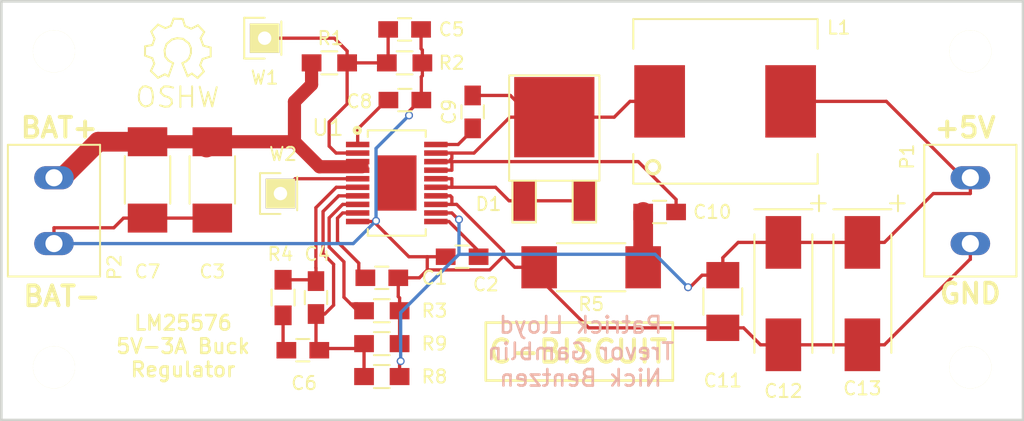
<source format=kicad_pcb>
(kicad_pcb (version 20171130) (host pcbnew "(5.1.12)-1")

  (general
    (thickness 1.6)
    (drawings 15)
    (tracks 195)
    (zones 0)
    (modules 32)
    (nets 17)
  )

  (page A4)
  (layers
    (0 F.Cu signal)
    (31 B.Cu signal)
    (32 B.Adhes user)
    (33 F.Adhes user)
    (34 B.Paste user)
    (35 F.Paste user)
    (36 B.SilkS user)
    (37 F.SilkS user)
    (38 B.Mask user)
    (39 F.Mask user)
    (40 Dwgs.User user)
    (41 Cmts.User user)
    (42 Eco1.User user)
    (43 Eco2.User user)
    (44 Edge.Cuts user)
    (45 Margin user)
    (46 B.CrtYd user)
    (47 F.CrtYd user)
    (48 B.Fab user)
    (49 F.Fab user)
  )

  (setup
    (last_trace_width 0.25)
    (user_trace_width 0.5)
    (user_trace_width 1)
    (user_trace_width 1.5)
    (trace_clearance 0.2)
    (zone_clearance 0.25)
    (zone_45_only yes)
    (trace_min 0.2)
    (via_size 0.6)
    (via_drill 0.4)
    (via_min_size 0.4)
    (via_min_drill 0.3)
    (user_via 1 0.65)
    (uvia_size 0.3)
    (uvia_drill 0.1)
    (uvias_allowed no)
    (uvia_min_size 0.2)
    (uvia_min_drill 0.1)
    (edge_width 0.2)
    (segment_width 0.2)
    (pcb_text_width 0.3)
    (pcb_text_size 1.5 1.5)
    (mod_edge_width 0.15)
    (mod_text_size 1 1)
    (mod_text_width 0.15)
    (pad_size 3.2 3.2)
    (pad_drill 3.2)
    (pad_to_mask_clearance 0.2)
    (aux_axis_origin 0 0)
    (visible_elements 7FFFFFFF)
    (pcbplotparams
      (layerselection 0x010f0_ffffffff)
      (usegerberextensions true)
      (usegerberattributes true)
      (usegerberadvancedattributes true)
      (creategerberjobfile true)
      (excludeedgelayer true)
      (linewidth 0.100000)
      (plotframeref false)
      (viasonmask false)
      (mode 1)
      (useauxorigin false)
      (hpglpennumber 1)
      (hpglpenspeed 20)
      (hpglpendiameter 15.000000)
      (psnegative false)
      (psa4output false)
      (plotreference true)
      (plotvalue true)
      (plotinvisibletext false)
      (padsonsilk false)
      (subtractmaskfromsilk false)
      (outputformat 1)
      (mirror false)
      (drillshape 0)
      (scaleselection 1)
      (outputdirectory "mfg/gerber/"))
  )

  (net 0 "")
  (net 1 GND)
  (net 2 /BAT_IN)
  (net 3 "Net-(C6-Pad1)")
  (net 4 "Net-(C10-Pad1)")
  (net 5 +5V)
  (net 6 /RAMP)
  (net 7 /SS)
  (net 8 /COMP)
  (net 9 /FB)
  (net 10 /SD)
  (net 11 /VCC)
  (net 12 /SW)
  (net 13 /BST)
  (net 14 /IS)
  (net 15 /RT)
  (net 16 /SYNC)

  (net_class Default "This is the default net class."
    (clearance 0.2)
    (trace_width 0.25)
    (via_dia 0.6)
    (via_drill 0.4)
    (uvia_dia 0.3)
    (uvia_drill 0.1)
    (add_net +5V)
    (add_net /BAT_IN)
    (add_net /BST)
    (add_net /COMP)
    (add_net /FB)
    (add_net /IS)
    (add_net /RAMP)
    (add_net /RT)
    (add_net /SD)
    (add_net /SS)
    (add_net /SW)
    (add_net /SYNC)
    (add_net /VCC)
    (add_net GND)
    (add_net "Net-(C10-Pad1)")
    (add_net "Net-(C6-Pad1)")
  )

  (module Mounting_Holes:MountingHole_3mm (layer F.Cu) (tedit 56BE2FE7) (tstamp 56BE2ED1)
    (at 35.6 89.8)
    (descr "Mounting hole, Befestigungsbohrung, 3mm, No Annular, Kein Restring,")
    (tags "Mounting hole, Befestigungsbohrung, 3mm, No Annular, Kein Restring,")
    (fp_text reference REF**_5 (at 6.6 0.8) (layer F.SilkS) hide
      (effects (font (size 1 1) (thickness 0.15)))
    )
    (fp_text value MountingHole_3mm (at 7.8 -0.4) (layer F.Fab)
      (effects (font (size 1 1) (thickness 0.15)))
    )
    (fp_circle (center 0 0) (end 3 0) (layer Cmts.User) (width 0.381))
    (pad "" np_thru_hole circle (at 0 0) (size 3.2 3.2) (drill 3.2) (layers *.Cu *.Mask F.SilkS))
  )

  (module Mounting_Holes:MountingHole_3mm (layer F.Cu) (tedit 56BE2FEA) (tstamp 56BE2ECB)
    (at 35.6 65.8)
    (descr "Mounting hole, Befestigungsbohrung, 3mm, No Annular, Kein Restring,")
    (tags "Mounting hole, Befestigungsbohrung, 3mm, No Annular, Kein Restring,")
    (fp_text reference REF**_4 (at -0.2 -0.2) (layer F.SilkS) hide
      (effects (font (size 1 1) (thickness 0.15)))
    )
    (fp_text value MountingHole_3mm (at 7.2 2.2) (layer F.Fab)
      (effects (font (size 1 1) (thickness 0.15)))
    )
    (fp_circle (center 0 0) (end 3 0) (layer Cmts.User) (width 0.381))
    (pad "" np_thru_hole circle (at 0 0) (size 3.2 3.2) (drill 3.2) (layers *.Cu *.Mask F.SilkS))
  )

  (module Mounting_Holes:MountingHole_3mm (layer F.Cu) (tedit 56BE2FE2) (tstamp 56BE2E40)
    (at 105.2 89.8)
    (descr "Mounting hole, Befestigungsbohrung, 3mm, No Annular, Kein Restring,")
    (tags "Mounting hole, Befestigungsbohrung, 3mm, No Annular, Kein Restring,")
    (fp_text reference REF**_3 (at 0 -4.0005) (layer F.SilkS) hide
      (effects (font (size 1 1) (thickness 0.15)))
    )
    (fp_text value MountingHole_3mm (at -12.8 1.2) (layer F.Fab)
      (effects (font (size 1 1) (thickness 0.15)))
    )
    (fp_circle (center 0 0) (end 3 0) (layer Cmts.User) (width 0.381))
    (pad "" np_thru_hole circle (at 0 0) (size 3.2 3.2) (drill 3.2) (layers *.Cu *.Mask F.SilkS))
  )

  (module C-BISCUIT:Inductor_EB_DR127 (layer F.Cu) (tedit 56AEA0DA) (tstamp 56AE8670)
    (at 81.6 69.6)
    (descr http://www.cooperindustries.com/content/dam/public/bussmann/Electronics/Resources/product-datasheets/Bus_Elx_DS_4315_DR_Series.pdf)
    (tags inductor)
    (path /56A66401)
    (attr smd)
    (fp_text reference L1 (at 13.6 -5.6 180) (layer F.SilkS)
      (effects (font (size 1 1) (thickness 0.15)))
    )
    (fp_text value 33uH (at 5 7.62) (layer F.Fab)
      (effects (font (size 1 1) (thickness 0.15)))
    )
    (fp_line (start 12 4) (end 12 6.25) (layer F.SilkS) (width 0.15))
    (fp_line (start -2 6.25) (end -2 4) (layer F.SilkS) (width 0.15))
    (fp_line (start 12.002231 6.25) (end -2.002082 6.25) (layer F.SilkS) (width 0.15))
    (fp_line (start 12 -6.25) (end 12 -4) (layer F.SilkS) (width 0.15))
    (fp_line (start -2.002082 -6.25) (end 12.002231 -6.25) (layer F.SilkS) (width 0.15))
    (fp_line (start -2 -4) (end -2 -6.25) (layer F.SilkS) (width 0.15))
    (fp_circle (center -0.5 5) (end 0 5) (layer F.SilkS) (width 0.25))
    (fp_text user "" (at 0 0) (layer F.SilkS)
      (effects (font (size 1 1) (thickness 0.15)))
    )
    (fp_text user "" (at 0 0) (layer F.SilkS)
      (effects (font (size 1 1) (thickness 0.15)))
    )
    (pad 1 smd rect (at 0 0) (size 3.85 5.5) (layers F.Cu F.Paste F.Mask)
      (net 12 /SW))
    (pad 2 smd rect (at 9.95 0) (size 3.85 5.5) (layers F.Cu F.Paste F.Mask)
      (net 5 +5V))
  )

  (module Capacitors_SMD:C_0805_HandSoldering (layer F.Cu) (tedit 541A9B8D) (tstamp 56AE85C5)
    (at 60.5 83 180)
    (descr "Capacitor SMD 0805, hand soldering")
    (tags "capacitor 0805")
    (path /56AEB421)
    (attr smd)
    (fp_text reference C1 (at -4 0 180) (layer F.SilkS)
      (effects (font (size 1 1) (thickness 0.15)))
    )
    (fp_text value 330pF (at -5 0 180) (layer F.Fab)
      (effects (font (size 1 1) (thickness 0.15)))
    )
    (fp_line (start -0.5 0.85) (end 0.5 0.85) (layer F.SilkS) (width 0.15))
    (fp_line (start 0.5 -0.85) (end -0.5 -0.85) (layer F.SilkS) (width 0.15))
    (fp_line (start 2.3 -1) (end 2.3 1) (layer F.CrtYd) (width 0.05))
    (fp_line (start -2.3 -1) (end -2.3 1) (layer F.CrtYd) (width 0.05))
    (fp_line (start -2.3 1) (end 2.3 1) (layer F.CrtYd) (width 0.05))
    (fp_line (start -2.3 -1) (end 2.3 -1) (layer F.CrtYd) (width 0.05))
    (pad 1 smd rect (at -1.25 0 180) (size 1.5 1.25) (layers F.Cu F.Paste F.Mask)
      (net 1 GND))
    (pad 2 smd rect (at 1.25 0 180) (size 1.5 1.25) (layers F.Cu F.Paste F.Mask)
      (net 6 /RAMP))
    (model Capacitors_SMD.3dshapes/C_0805_HandSoldering.wrl
      (at (xyz 0 0 0))
      (scale (xyz 1 1 1))
      (rotate (xyz 0 0 0))
    )
  )

  (module Capacitors_SMD:C_0805_HandSoldering (layer F.Cu) (tedit 541A9B8D) (tstamp 56AE85D1)
    (at 66.6 81.4 180)
    (descr "Capacitor SMD 0805, hand soldering")
    (tags "capacitor 0805")
    (path /56A6DDC3)
    (attr smd)
    (fp_text reference C2 (at -1.8 -2.1 180) (layer F.SilkS)
      (effects (font (size 1 1) (thickness 0.15)))
    )
    (fp_text value 0.01uF (at 0 2.1 180) (layer F.Fab)
      (effects (font (size 1 1) (thickness 0.15)))
    )
    (fp_line (start -0.5 0.85) (end 0.5 0.85) (layer F.SilkS) (width 0.15))
    (fp_line (start 0.5 -0.85) (end -0.5 -0.85) (layer F.SilkS) (width 0.15))
    (fp_line (start 2.3 -1) (end 2.3 1) (layer F.CrtYd) (width 0.05))
    (fp_line (start -2.3 -1) (end -2.3 1) (layer F.CrtYd) (width 0.05))
    (fp_line (start -2.3 1) (end 2.3 1) (layer F.CrtYd) (width 0.05))
    (fp_line (start -2.3 -1) (end 2.3 -1) (layer F.CrtYd) (width 0.05))
    (pad 1 smd rect (at -1.25 0 180) (size 1.5 1.25) (layers F.Cu F.Paste F.Mask)
      (net 7 /SS))
    (pad 2 smd rect (at 1.25 0 180) (size 1.5 1.25) (layers F.Cu F.Paste F.Mask)
      (net 1 GND))
    (model Capacitors_SMD.3dshapes/C_0805_HandSoldering.wrl
      (at (xyz 0 0 0))
      (scale (xyz 1 1 1))
      (rotate (xyz 0 0 0))
    )
  )

  (module Capacitors_SMD:C_1812_HandSoldering (layer F.Cu) (tedit 56AE8A13) (tstamp 56AE85DD)
    (at 47.625 75.565 270)
    (descr "Capacitor SMD 1812, hand soldering")
    (tags "capacitor 1812")
    (path /56A74406)
    (attr smd)
    (fp_text reference C3 (at 6.96 0) (layer F.SilkS)
      (effects (font (size 1 1) (thickness 0.15)))
    )
    (fp_text value 2.2uF (at 0 3 270) (layer F.Fab) hide
      (effects (font (size 1 1) (thickness 0.15)))
    )
    (fp_line (start -1.8 1.725) (end 1.8 1.725) (layer F.SilkS) (width 0.15))
    (fp_line (start 1.8 -1.725) (end -1.8 -1.725) (layer F.SilkS) (width 0.15))
    (fp_line (start 4.3 -1.85) (end 4.3 1.85) (layer F.CrtYd) (width 0.05))
    (fp_line (start -4.3 -1.85) (end -4.3 1.85) (layer F.CrtYd) (width 0.05))
    (fp_line (start -4.3 1.85) (end 4.3 1.85) (layer F.CrtYd) (width 0.05))
    (fp_line (start -4.3 -1.85) (end 4.3 -1.85) (layer F.CrtYd) (width 0.05))
    (pad 1 smd rect (at -2.9 0 270) (size 2.2 3) (layers F.Cu F.Paste F.Mask)
      (net 2 /BAT_IN))
    (pad 2 smd rect (at 2.9 0 270) (size 2.2 3) (layers F.Cu F.Paste F.Mask)
      (net 1 GND))
    (model Capacitors_SMD.3dshapes/C_1812_HandSoldering.wrl
      (at (xyz 0 0 0))
      (scale (xyz 1 1 1))
      (rotate (xyz 0 0 0))
    )
  )

  (module Capacitors_SMD:C_0805_HandSoldering (layer F.Cu) (tedit 541A9B8D) (tstamp 56AE85E9)
    (at 55.5 84.5 270)
    (descr "Capacitor SMD 0805, hand soldering")
    (tags "capacitor 0805")
    (path /56A6D797)
    (attr smd)
    (fp_text reference C4 (at -3.3 -0.1 180) (layer F.SilkS)
      (effects (font (size 1 1) (thickness 0.15)))
    )
    (fp_text value DNP (at -4 2.5 270) (layer F.Fab)
      (effects (font (size 1 1) (thickness 0.15)))
    )
    (fp_line (start -0.5 0.85) (end 0.5 0.85) (layer F.SilkS) (width 0.15))
    (fp_line (start 0.5 -0.85) (end -0.5 -0.85) (layer F.SilkS) (width 0.15))
    (fp_line (start 2.3 -1) (end 2.3 1) (layer F.CrtYd) (width 0.05))
    (fp_line (start -2.3 -1) (end -2.3 1) (layer F.CrtYd) (width 0.05))
    (fp_line (start -2.3 1) (end 2.3 1) (layer F.CrtYd) (width 0.05))
    (fp_line (start -2.3 -1) (end 2.3 -1) (layer F.CrtYd) (width 0.05))
    (pad 1 smd rect (at -1.25 0 270) (size 1.5 1.25) (layers F.Cu F.Paste F.Mask)
      (net 8 /COMP))
    (pad 2 smd rect (at 1.25 0 270) (size 1.5 1.25) (layers F.Cu F.Paste F.Mask)
      (net 9 /FB))
    (model Capacitors_SMD.3dshapes/C_0805_HandSoldering.wrl
      (at (xyz 0 0 0))
      (scale (xyz 1 1 1))
      (rotate (xyz 0 0 0))
    )
  )

  (module Capacitors_SMD:C_0805_HandSoldering (layer F.Cu) (tedit 541A9B8D) (tstamp 56AE85F5)
    (at 62.23 64.135)
    (descr "Capacitor SMD 0805, hand soldering")
    (tags "capacitor 0805")
    (path /56A73267)
    (attr smd)
    (fp_text reference C5 (at 3.57 0) (layer F.SilkS)
      (effects (font (size 1 1) (thickness 0.15)))
    )
    (fp_text value DNP (at 4.445 0) (layer F.Fab)
      (effects (font (size 1 1) (thickness 0.15)))
    )
    (fp_line (start -0.5 0.85) (end 0.5 0.85) (layer F.SilkS) (width 0.15))
    (fp_line (start 0.5 -0.85) (end -0.5 -0.85) (layer F.SilkS) (width 0.15))
    (fp_line (start 2.3 -1) (end 2.3 1) (layer F.CrtYd) (width 0.05))
    (fp_line (start -2.3 -1) (end -2.3 1) (layer F.CrtYd) (width 0.05))
    (fp_line (start -2.3 1) (end 2.3 1) (layer F.CrtYd) (width 0.05))
    (fp_line (start -2.3 -1) (end 2.3 -1) (layer F.CrtYd) (width 0.05))
    (pad 1 smd rect (at -1.25 0) (size 1.5 1.25) (layers F.Cu F.Paste F.Mask)
      (net 10 /SD))
    (pad 2 smd rect (at 1.25 0) (size 1.5 1.25) (layers F.Cu F.Paste F.Mask)
      (net 1 GND))
    (model Capacitors_SMD.3dshapes/C_0805_HandSoldering.wrl
      (at (xyz 0 0 0))
      (scale (xyz 1 1 1))
      (rotate (xyz 0 0 0))
    )
  )

  (module Capacitors_SMD:C_0805_HandSoldering (layer F.Cu) (tedit 541A9B8D) (tstamp 56AE8601)
    (at 54.5 88.5)
    (descr "Capacitor SMD 0805, hand soldering")
    (tags "capacitor 0805")
    (path /56A6CF2B)
    (attr smd)
    (fp_text reference C6 (at 0.1 2.5 180) (layer F.SilkS)
      (effects (font (size 1 1) (thickness 0.15)))
    )
    (fp_text value 0.01uF (at -1.5 -5.5) (layer F.Fab)
      (effects (font (size 1 1) (thickness 0.15)))
    )
    (fp_line (start -0.5 0.85) (end 0.5 0.85) (layer F.SilkS) (width 0.15))
    (fp_line (start 0.5 -0.85) (end -0.5 -0.85) (layer F.SilkS) (width 0.15))
    (fp_line (start 2.3 -1) (end 2.3 1) (layer F.CrtYd) (width 0.05))
    (fp_line (start -2.3 -1) (end -2.3 1) (layer F.CrtYd) (width 0.05))
    (fp_line (start -2.3 1) (end 2.3 1) (layer F.CrtYd) (width 0.05))
    (fp_line (start -2.3 -1) (end 2.3 -1) (layer F.CrtYd) (width 0.05))
    (pad 1 smd rect (at -1.25 0) (size 1.5 1.25) (layers F.Cu F.Paste F.Mask)
      (net 3 "Net-(C6-Pad1)"))
    (pad 2 smd rect (at 1.25 0) (size 1.5 1.25) (layers F.Cu F.Paste F.Mask)
      (net 9 /FB))
    (model Capacitors_SMD.3dshapes/C_0805_HandSoldering.wrl
      (at (xyz 0 0 0))
      (scale (xyz 1 1 1))
      (rotate (xyz 0 0 0))
    )
  )

  (module Capacitors_SMD:C_1812_HandSoldering (layer F.Cu) (tedit 56AE8A17) (tstamp 56AE860D)
    (at 42.705 75.565 270)
    (descr "Capacitor SMD 1812, hand soldering")
    (tags "capacitor 1812")
    (path /56A744A6)
    (attr smd)
    (fp_text reference C7 (at 6.96 0 180) (layer F.SilkS)
      (effects (font (size 1 1) (thickness 0.15)))
    )
    (fp_text value 2.2uF (at 0 3 270) (layer F.Fab) hide
      (effects (font (size 1 1) (thickness 0.15)))
    )
    (fp_line (start -1.8 1.725) (end 1.8 1.725) (layer F.SilkS) (width 0.15))
    (fp_line (start 1.8 -1.725) (end -1.8 -1.725) (layer F.SilkS) (width 0.15))
    (fp_line (start 4.3 -1.85) (end 4.3 1.85) (layer F.CrtYd) (width 0.05))
    (fp_line (start -4.3 -1.85) (end -4.3 1.85) (layer F.CrtYd) (width 0.05))
    (fp_line (start -4.3 1.85) (end 4.3 1.85) (layer F.CrtYd) (width 0.05))
    (fp_line (start -4.3 -1.85) (end 4.3 -1.85) (layer F.CrtYd) (width 0.05))
    (pad 1 smd rect (at -2.9 0 270) (size 2.2 3) (layers F.Cu F.Paste F.Mask)
      (net 2 /BAT_IN))
    (pad 2 smd rect (at 2.9 0 270) (size 2.2 3) (layers F.Cu F.Paste F.Mask)
      (net 1 GND))
    (model Capacitors_SMD.3dshapes/C_1812_HandSoldering.wrl
      (at (xyz 0 0 0))
      (scale (xyz 1 1 1))
      (rotate (xyz 0 0 0))
    )
  )

  (module Capacitors_SMD:C_0805_HandSoldering (layer F.Cu) (tedit 541A9B8D) (tstamp 56AE8619)
    (at 62.25 69.5)
    (descr "Capacitor SMD 0805, hand soldering")
    (tags "capacitor 0805")
    (path /56A671DA)
    (attr smd)
    (fp_text reference C8 (at -3.45 0.1) (layer F.SilkS)
      (effects (font (size 1 1) (thickness 0.15)))
    )
    (fp_text value 0.47uF (at 5.5 0) (layer F.Fab)
      (effects (font (size 1 1) (thickness 0.15)))
    )
    (fp_line (start -0.5 0.85) (end 0.5 0.85) (layer F.SilkS) (width 0.15))
    (fp_line (start 0.5 -0.85) (end -0.5 -0.85) (layer F.SilkS) (width 0.15))
    (fp_line (start 2.3 -1) (end 2.3 1) (layer F.CrtYd) (width 0.05))
    (fp_line (start -2.3 -1) (end -2.3 1) (layer F.CrtYd) (width 0.05))
    (fp_line (start -2.3 1) (end 2.3 1) (layer F.CrtYd) (width 0.05))
    (fp_line (start -2.3 -1) (end 2.3 -1) (layer F.CrtYd) (width 0.05))
    (pad 1 smd rect (at -1.25 0) (size 1.5 1.25) (layers F.Cu F.Paste F.Mask)
      (net 11 /VCC))
    (pad 2 smd rect (at 1.25 0) (size 1.5 1.25) (layers F.Cu F.Paste F.Mask)
      (net 1 GND))
    (model Capacitors_SMD.3dshapes/C_0805_HandSoldering.wrl
      (at (xyz 0 0 0))
      (scale (xyz 1 1 1))
      (rotate (xyz 0 0 0))
    )
  )

  (module Capacitors_SMD:C_0805_HandSoldering (layer F.Cu) (tedit 541A9B8D) (tstamp 56AE8625)
    (at 67.4 70.4 270)
    (descr "Capacitor SMD 0805, hand soldering")
    (tags "capacitor 0805")
    (path /56A67758)
    (attr smd)
    (fp_text reference C9 (at 0 1.8 270) (layer F.SilkS)
      (effects (font (size 1 1) (thickness 0.15)))
    )
    (fp_text value 0.022uF (at 0 2.1 270) (layer F.Fab)
      (effects (font (size 1 1) (thickness 0.15)))
    )
    (fp_line (start -0.5 0.85) (end 0.5 0.85) (layer F.SilkS) (width 0.15))
    (fp_line (start 0.5 -0.85) (end -0.5 -0.85) (layer F.SilkS) (width 0.15))
    (fp_line (start 2.3 -1) (end 2.3 1) (layer F.CrtYd) (width 0.05))
    (fp_line (start -2.3 -1) (end -2.3 1) (layer F.CrtYd) (width 0.05))
    (fp_line (start -2.3 1) (end 2.3 1) (layer F.CrtYd) (width 0.05))
    (fp_line (start -2.3 -1) (end 2.3 -1) (layer F.CrtYd) (width 0.05))
    (pad 1 smd rect (at -1.25 0 270) (size 1.5 1.25) (layers F.Cu F.Paste F.Mask)
      (net 12 /SW))
    (pad 2 smd rect (at 1.25 0 270) (size 1.5 1.25) (layers F.Cu F.Paste F.Mask)
      (net 13 /BST))
    (model Capacitors_SMD.3dshapes/C_0805_HandSoldering.wrl
      (at (xyz 0 0 0))
      (scale (xyz 1 1 1))
      (rotate (xyz 0 0 0))
    )
  )

  (module Capacitors_SMD:C_0805_HandSoldering (layer F.Cu) (tedit 541A9B8D) (tstamp 56AE8631)
    (at 81.6 78)
    (descr "Capacitor SMD 0805, hand soldering")
    (tags "capacitor 0805")
    (path /56A68767)
    (attr smd)
    (fp_text reference C10 (at 4 0) (layer F.SilkS)
      (effects (font (size 1 1) (thickness 0.15)))
    )
    (fp_text value 330pF (at 0 2.1) (layer F.Fab)
      (effects (font (size 1 1) (thickness 0.15)))
    )
    (fp_line (start -0.5 0.85) (end 0.5 0.85) (layer F.SilkS) (width 0.15))
    (fp_line (start 0.5 -0.85) (end -0.5 -0.85) (layer F.SilkS) (width 0.15))
    (fp_line (start 2.3 -1) (end 2.3 1) (layer F.CrtYd) (width 0.05))
    (fp_line (start -2.3 -1) (end -2.3 1) (layer F.CrtYd) (width 0.05))
    (fp_line (start -2.3 1) (end 2.3 1) (layer F.CrtYd) (width 0.05))
    (fp_line (start -2.3 -1) (end 2.3 -1) (layer F.CrtYd) (width 0.05))
    (pad 1 smd rect (at -1.25 0) (size 1.5 1.25) (layers F.Cu F.Paste F.Mask)
      (net 4 "Net-(C10-Pad1)"))
    (pad 2 smd rect (at 1.25 0) (size 1.5 1.25) (layers F.Cu F.Paste F.Mask)
      (net 12 /SW))
    (model Capacitors_SMD.3dshapes/C_0805_HandSoldering.wrl
      (at (xyz 0 0 0))
      (scale (xyz 1 1 1))
      (rotate (xyz 0 0 0))
    )
  )

  (module Capacitors_SMD:C_1210_HandSoldering (layer F.Cu) (tedit 541A9C39) (tstamp 56AE863D)
    (at 86.4 84.8 270)
    (descr "Capacitor SMD 1210, hand soldering")
    (tags "capacitor 1210")
    (path /56A69E44)
    (attr smd)
    (fp_text reference C11 (at 6 0) (layer F.SilkS)
      (effects (font (size 1 1) (thickness 0.15)))
    )
    (fp_text value 22uF (at 0.2 5 270) (layer F.Fab)
      (effects (font (size 1 1) (thickness 0.15)))
    )
    (fp_line (start -1 1.475) (end 1 1.475) (layer F.SilkS) (width 0.15))
    (fp_line (start 1 -1.475) (end -1 -1.475) (layer F.SilkS) (width 0.15))
    (fp_line (start 3.3 -1.6) (end 3.3 1.6) (layer F.CrtYd) (width 0.05))
    (fp_line (start -3.3 -1.6) (end -3.3 1.6) (layer F.CrtYd) (width 0.05))
    (fp_line (start -3.3 1.6) (end 3.3 1.6) (layer F.CrtYd) (width 0.05))
    (fp_line (start -3.3 -1.6) (end 3.3 -1.6) (layer F.CrtYd) (width 0.05))
    (pad 1 smd rect (at -2 0 270) (size 2 2.5) (layers F.Cu F.Paste F.Mask)
      (net 5 +5V))
    (pad 2 smd rect (at 2 0 270) (size 2 2.5) (layers F.Cu F.Paste F.Mask)
      (net 1 GND))
    (model Capacitors_SMD.3dshapes/C_1210_HandSoldering.wrl
      (at (xyz 0 0 0))
      (scale (xyz 1 1 1))
      (rotate (xyz 0 0 0))
    )
  )

  (module Capacitors_Tantalum_SMD:TantalC_SizeD_EIA-7343_HandSoldering (layer F.Cu) (tedit 56AE9C39) (tstamp 56AE8649)
    (at 91 84.2 270)
    (descr "Tantal Cap. , Size D, EIA-7343, Hand Soldering,")
    (tags "Tantal Cap. , Size D, EIA-7343, Hand Soldering,")
    (path /56A69EAC)
    (attr smd)
    (fp_text reference C12 (at 7.4 0) (layer F.SilkS)
      (effects (font (size 1 1) (thickness 0.15)))
    )
    (fp_text value 150uF (at -0.09906 3.59918 270) (layer F.Fab)
      (effects (font (size 1 1) (thickness 0.15)))
    )
    (fp_line (start -7.45744 -2.70256) (end -6.25856 -2.70256) (layer F.SilkS) (width 0.15))
    (fp_line (start -6.858 -3.20294) (end -6.858 -2.10312) (layer F.SilkS) (width 0.15))
    (fp_line (start 4.50088 -2.19964) (end -4.50088 -2.19964) (layer F.SilkS) (width 0.15))
    (fp_line (start -4.50088 2.19964) (end 4.50088 2.19964) (layer F.SilkS) (width 0.15))
    (fp_line (start -6.40334 -2.19964) (end -6.40334 2.19964) (layer F.SilkS) (width 0.15))
    (fp_text user + (at -8.61126 -1 270) (layer F.SilkS) hide
      (effects (font (size 1 1) (thickness 0.15)))
    )
    (pad 2 smd rect (at 3.88874 0 270) (size 4.0005 2.70002) (layers F.Cu F.Paste F.Mask)
      (net 1 GND))
    (pad 1 smd rect (at -3.88874 0 270) (size 4.0005 2.70002) (layers F.Cu F.Paste F.Mask)
      (net 5 +5V))
    (model Capacitors_Tantalum_SMD.3dshapes/TantalC_SizeD_EIA-7343_HandSoldering.wrl
      (at (xyz 0 0 0))
      (scale (xyz 1 1 1))
      (rotate (xyz 0 0 180))
    )
  )

  (module TO_SOT_Packages_SMD:TO-252-2Lead (layer F.Cu) (tedit 56BE1FE6) (tstamp 56AE8650)
    (at 73.6 77.15)
    (descr "DPAK / TO-252 2-lead smd package")
    (tags "dpak TO-252")
    (path /56A670B7)
    (attr smd)
    (fp_text reference D1 (at -5 0.25) (layer F.SilkS)
      (effects (font (size 1 1) (thickness 0.15)))
    )
    (fp_text value CSHD6-60C (at 0 -2.413) (layer F.Fab)
      (effects (font (size 1 1) (thickness 0.15)))
    )
    (fp_line (start 3.429 -9.398) (end 3.429 -7.62) (layer F.SilkS) (width 0.15))
    (fp_line (start -3.429 -9.525) (end 3.429 -9.525) (layer F.SilkS) (width 0.15))
    (fp_line (start -3.429 -1.524) (end -3.429 -9.398) (layer F.SilkS) (width 0.15))
    (fp_line (start 3.429 -1.524) (end -3.429 -1.524) (layer F.SilkS) (width 0.15))
    (fp_line (start 3.429 -7.62) (end 3.429 -1.524) (layer F.SilkS) (width 0.15))
    (fp_line (start -1.397 1.651) (end -1.397 -1.524) (layer F.SilkS) (width 0.15))
    (fp_line (start -3.175 1.651) (end -1.397 1.651) (layer F.SilkS) (width 0.15))
    (fp_line (start -3.175 -1.524) (end -3.175 1.651) (layer F.SilkS) (width 0.15))
    (fp_line (start 3.175 1.651) (end 3.175 -1.524) (layer F.SilkS) (width 0.15))
    (fp_line (start 1.397 1.651) (end 3.175 1.651) (layer F.SilkS) (width 0.15))
    (fp_line (start 1.397 -1.524) (end 1.397 1.651) (layer F.SilkS) (width 0.15))
    (pad 1 smd rect (at -2.286 0) (size 1.651 3.048) (layers F.Cu F.Paste F.Mask)
      (net 14 /IS))
    (pad 2 smd rect (at 0 -6.35) (size 6.096 6.096) (layers F.Cu F.Paste F.Mask)
      (net 12 /SW))
    (pad 3 smd rect (at 2.286 0) (size 1.651 3.048) (layers F.Cu F.Paste F.Mask)
      (net 14 /IS))
    (model TO_SOT_Packages_SMD.3dshapes/TO-252-2Lead.wrl
      (at (xyz 0 0 0))
      (scale (xyz 1 1 1))
      (rotate (xyz 0 0 0))
    )
  )

  (module C-BISCUIT:Conn_01x02_5.0mm_Phoenix_1935161 (layer F.Cu) (tedit 56AE7656) (tstamp 56AE8692)
    (at 105.2 75.4 270)
    (path /56AE9A24)
    (attr virtual)
    (fp_text reference P1 (at -1.6 4.8 90) (layer F.SilkS)
      (effects (font (size 1 1) (thickness 0.15)))
    )
    (fp_text value CONN_01X02 (at 2.6 2.4 270) (layer F.Fab)
      (effects (font (size 1 1) (thickness 0.15)))
    )
    (fp_line (start 7.5 -3.5) (end 7.5 3.5) (layer F.SilkS) (width 0.15))
    (fp_line (start -2.5 -3.5) (end -2.5 3.5) (layer F.SilkS) (width 0.15))
    (fp_line (start -2.5 -3.5) (end 7.5 -3.5) (layer F.SilkS) (width 0.15))
    (fp_line (start -2.5 3.5) (end 7.5 3.5) (layer F.SilkS) (width 0.15))
    (pad 1 thru_hole oval (at 0 0 270) (size 1.75 3) (drill 1.3) (layers *.Cu *.Mask)
      (net 5 +5V))
    (pad 2 thru_hole oval (at 5 0 270) (size 1.75 3) (drill 1.3) (layers *.Cu *.Mask)
      (net 1 GND))
  )

  (module C-BISCUIT:Conn_01x02_5.0mm_Phoenix_1935161 (layer F.Cu) (tedit 56AE7656) (tstamp 56AE869C)
    (at 35.6 75.4 270)
    (path /56AF19C8)
    (attr virtual)
    (fp_text reference P2 (at 6.8 -4.6 90) (layer F.SilkS)
      (effects (font (size 1 1) (thickness 0.15)))
    )
    (fp_text value CONN_01X02 (at -1.2 2.2 270) (layer F.Fab)
      (effects (font (size 1 1) (thickness 0.15)))
    )
    (fp_line (start 7.5 -3.5) (end 7.5 3.5) (layer F.SilkS) (width 0.15))
    (fp_line (start -2.5 -3.5) (end -2.5 3.5) (layer F.SilkS) (width 0.15))
    (fp_line (start -2.5 -3.5) (end 7.5 -3.5) (layer F.SilkS) (width 0.15))
    (fp_line (start -2.5 3.5) (end 7.5 3.5) (layer F.SilkS) (width 0.15))
    (pad 1 thru_hole oval (at 0 0 270) (size 1.75 3) (drill 1.3) (layers *.Cu *.Mask)
      (net 2 /BAT_IN))
    (pad 2 thru_hole oval (at 5 0 270) (size 1.75 3) (drill 1.3) (layers *.Cu *.Mask)
      (net 1 GND))
  )

  (module Resistors_SMD:R_0805_HandSoldering (layer F.Cu) (tedit 54189DEE) (tstamp 56AE86A8)
    (at 56.515 66.675)
    (descr "Resistor SMD 0805, hand soldering")
    (tags "resistor 0805")
    (path /56A73122)
    (attr smd)
    (fp_text reference R1 (at 0.085 -1.875) (layer F.SilkS)
      (effects (font (size 1 1) (thickness 0.15)))
    )
    (fp_text value DNP (at -3.81 0) (layer F.Fab)
      (effects (font (size 1 1) (thickness 0.15)))
    )
    (fp_line (start -0.6 -0.875) (end 0.6 -0.875) (layer F.SilkS) (width 0.15))
    (fp_line (start 0.6 0.875) (end -0.6 0.875) (layer F.SilkS) (width 0.15))
    (fp_line (start 2.4 -1) (end 2.4 1) (layer F.CrtYd) (width 0.05))
    (fp_line (start -2.4 -1) (end -2.4 1) (layer F.CrtYd) (width 0.05))
    (fp_line (start -2.4 1) (end 2.4 1) (layer F.CrtYd) (width 0.05))
    (fp_line (start -2.4 -1) (end 2.4 -1) (layer F.CrtYd) (width 0.05))
    (pad 1 smd rect (at -1.35 0) (size 1.5 1.3) (layers F.Cu F.Paste F.Mask)
      (net 2 /BAT_IN))
    (pad 2 smd rect (at 1.35 0) (size 1.5 1.3) (layers F.Cu F.Paste F.Mask)
      (net 10 /SD))
    (model Resistors_SMD.3dshapes/R_0805_HandSoldering.wrl
      (at (xyz 0 0 0))
      (scale (xyz 1 1 1))
      (rotate (xyz 0 0 0))
    )
  )

  (module Resistors_SMD:R_0805_HandSoldering (layer F.Cu) (tedit 54189DEE) (tstamp 56AE86B4)
    (at 62.23 66.675)
    (descr "Resistor SMD 0805, hand soldering")
    (tags "resistor 0805")
    (path /56A7319F)
    (attr smd)
    (fp_text reference R2 (at 3.57 0) (layer F.SilkS)
      (effects (font (size 1 1) (thickness 0.15)))
    )
    (fp_text value DNP (at 4.445 0) (layer F.Fab)
      (effects (font (size 1 1) (thickness 0.15)))
    )
    (fp_line (start -0.6 -0.875) (end 0.6 -0.875) (layer F.SilkS) (width 0.15))
    (fp_line (start 0.6 0.875) (end -0.6 0.875) (layer F.SilkS) (width 0.15))
    (fp_line (start 2.4 -1) (end 2.4 1) (layer F.CrtYd) (width 0.05))
    (fp_line (start -2.4 -1) (end -2.4 1) (layer F.CrtYd) (width 0.05))
    (fp_line (start -2.4 1) (end 2.4 1) (layer F.CrtYd) (width 0.05))
    (fp_line (start -2.4 -1) (end 2.4 -1) (layer F.CrtYd) (width 0.05))
    (pad 1 smd rect (at -1.35 0) (size 1.5 1.3) (layers F.Cu F.Paste F.Mask)
      (net 10 /SD))
    (pad 2 smd rect (at 1.35 0) (size 1.5 1.3) (layers F.Cu F.Paste F.Mask)
      (net 1 GND))
    (model Resistors_SMD.3dshapes/R_0805_HandSoldering.wrl
      (at (xyz 0 0 0))
      (scale (xyz 1 1 1))
      (rotate (xyz 0 0 0))
    )
  )

  (module Resistors_SMD:R_0805_HandSoldering (layer F.Cu) (tedit 54189DEE) (tstamp 56AE86C0)
    (at 60.5 85.5)
    (descr "Resistor SMD 0805, hand soldering")
    (tags "resistor 0805")
    (path /56A6DE34)
    (attr smd)
    (fp_text reference R3 (at 4 0) (layer F.SilkS)
      (effects (font (size 1 1) (thickness 0.15)))
    )
    (fp_text value 20.5K (at 5.5 0.5) (layer F.Fab)
      (effects (font (size 1 1) (thickness 0.15)))
    )
    (fp_line (start -0.6 -0.875) (end 0.6 -0.875) (layer F.SilkS) (width 0.15))
    (fp_line (start 0.6 0.875) (end -0.6 0.875) (layer F.SilkS) (width 0.15))
    (fp_line (start 2.4 -1) (end 2.4 1) (layer F.CrtYd) (width 0.05))
    (fp_line (start -2.4 -1) (end -2.4 1) (layer F.CrtYd) (width 0.05))
    (fp_line (start -2.4 1) (end 2.4 1) (layer F.CrtYd) (width 0.05))
    (fp_line (start -2.4 -1) (end 2.4 -1) (layer F.CrtYd) (width 0.05))
    (pad 1 smd rect (at -1.35 0) (size 1.5 1.3) (layers F.Cu F.Paste F.Mask)
      (net 15 /RT))
    (pad 2 smd rect (at 1.35 0) (size 1.5 1.3) (layers F.Cu F.Paste F.Mask)
      (net 1 GND))
    (model Resistors_SMD.3dshapes/R_0805_HandSoldering.wrl
      (at (xyz 0 0 0))
      (scale (xyz 1 1 1))
      (rotate (xyz 0 0 0))
    )
  )

  (module Resistors_SMD:R_0805_HandSoldering (layer F.Cu) (tedit 54189DEE) (tstamp 56AE86CC)
    (at 53 84.5 270)
    (descr "Resistor SMD 0805, hand soldering")
    (tags "resistor 0805")
    (path /56A6D01C)
    (attr smd)
    (fp_text reference R4 (at -3.3 0.2) (layer F.SilkS)
      (effects (font (size 1 1) (thickness 0.15)))
    )
    (fp_text value 49.9K (at 1.5 -3.5 270) (layer F.Fab)
      (effects (font (size 1 1) (thickness 0.15)))
    )
    (fp_line (start -0.6 -0.875) (end 0.6 -0.875) (layer F.SilkS) (width 0.15))
    (fp_line (start 0.6 0.875) (end -0.6 0.875) (layer F.SilkS) (width 0.15))
    (fp_line (start 2.4 -1) (end 2.4 1) (layer F.CrtYd) (width 0.05))
    (fp_line (start -2.4 -1) (end -2.4 1) (layer F.CrtYd) (width 0.05))
    (fp_line (start -2.4 1) (end 2.4 1) (layer F.CrtYd) (width 0.05))
    (fp_line (start -2.4 -1) (end 2.4 -1) (layer F.CrtYd) (width 0.05))
    (pad 1 smd rect (at -1.35 0 270) (size 1.5 1.3) (layers F.Cu F.Paste F.Mask)
      (net 8 /COMP))
    (pad 2 smd rect (at 1.35 0 270) (size 1.5 1.3) (layers F.Cu F.Paste F.Mask)
      (net 3 "Net-(C6-Pad1)"))
    (model Resistors_SMD.3dshapes/R_0805_HandSoldering.wrl
      (at (xyz 0 0 0))
      (scale (xyz 1 1 1))
      (rotate (xyz 0 0 0))
    )
  )

  (module Resistors_SMD:R_2512_HandSoldering (layer F.Cu) (tedit 5418A1CA) (tstamp 56AE86D8)
    (at 76.4 82.2 180)
    (descr "Resistor SMD 2512, hand soldering")
    (tags "resistor 2512")
    (path /56A68883)
    (attr smd)
    (fp_text reference R5 (at 0 -2.8) (layer F.SilkS)
      (effects (font (size 1 1) (thickness 0.15)))
    )
    (fp_text value 10 (at 0 3.1 180) (layer F.Fab)
      (effects (font (size 1 1) (thickness 0.15)))
    )
    (fp_line (start -2.6 -1.825) (end 2.6 -1.825) (layer F.SilkS) (width 0.15))
    (fp_line (start 2.6 1.825) (end -2.6 1.825) (layer F.SilkS) (width 0.15))
    (fp_line (start 5.6 -1.95) (end 5.6 1.95) (layer F.CrtYd) (width 0.05))
    (fp_line (start -5.6 -1.95) (end -5.6 1.95) (layer F.CrtYd) (width 0.05))
    (fp_line (start -5.6 1.95) (end 5.6 1.95) (layer F.CrtYd) (width 0.05))
    (fp_line (start -5.6 -1.95) (end 5.6 -1.95) (layer F.CrtYd) (width 0.05))
    (pad 1 smd rect (at -3.95 0 180) (size 2.7 3.2) (layers F.Cu F.Paste F.Mask)
      (net 4 "Net-(C10-Pad1)"))
    (pad 2 smd rect (at 3.95 0 180) (size 2.7 3.2) (layers F.Cu F.Paste F.Mask)
      (net 1 GND))
    (model Resistors_SMD.3dshapes/R_2512_HandSoldering.wrl
      (at (xyz 0 0 0))
      (scale (xyz 1 1 1))
      (rotate (xyz 0 0 0))
    )
  )

  (module Resistors_SMD:R_0805_HandSoldering (layer F.Cu) (tedit 54189DEE) (tstamp 56AE86FC)
    (at 60.5 90.5 180)
    (descr "Resistor SMD 0805, hand soldering")
    (tags "resistor 0805")
    (path /56A6927D)
    (attr smd)
    (fp_text reference R8 (at -4 0 180) (layer F.SilkS)
      (effects (font (size 1 1) (thickness 0.15)))
    )
    (fp_text value 15.4K (at 0 2.1 180) (layer F.Fab)
      (effects (font (size 1 1) (thickness 0.15)))
    )
    (fp_line (start -0.6 -0.875) (end 0.6 -0.875) (layer F.SilkS) (width 0.15))
    (fp_line (start 0.6 0.875) (end -0.6 0.875) (layer F.SilkS) (width 0.15))
    (fp_line (start 2.4 -1) (end 2.4 1) (layer F.CrtYd) (width 0.05))
    (fp_line (start -2.4 -1) (end -2.4 1) (layer F.CrtYd) (width 0.05))
    (fp_line (start -2.4 1) (end 2.4 1) (layer F.CrtYd) (width 0.05))
    (fp_line (start -2.4 -1) (end 2.4 -1) (layer F.CrtYd) (width 0.05))
    (pad 1 smd rect (at -1.35 0 180) (size 1.5 1.3) (layers F.Cu F.Paste F.Mask)
      (net 5 +5V))
    (pad 2 smd rect (at 1.35 0 180) (size 1.5 1.3) (layers F.Cu F.Paste F.Mask)
      (net 9 /FB))
    (model Resistors_SMD.3dshapes/R_0805_HandSoldering.wrl
      (at (xyz 0 0 0))
      (scale (xyz 1 1 1))
      (rotate (xyz 0 0 0))
    )
  )

  (module Resistors_SMD:R_0805_HandSoldering (layer F.Cu) (tedit 54189DEE) (tstamp 56AE8708)
    (at 60.5 88)
    (descr "Resistor SMD 0805, hand soldering")
    (tags "resistor 0805")
    (path /56A692F4)
    (attr smd)
    (fp_text reference R9 (at 4 0) (layer F.SilkS)
      (effects (font (size 1 1) (thickness 0.15)))
    )
    (fp_text value 4.99K (at 0 2.1) (layer F.Fab)
      (effects (font (size 1 1) (thickness 0.15)))
    )
    (fp_line (start -0.6 -0.875) (end 0.6 -0.875) (layer F.SilkS) (width 0.15))
    (fp_line (start 0.6 0.875) (end -0.6 0.875) (layer F.SilkS) (width 0.15))
    (fp_line (start 2.4 -1) (end 2.4 1) (layer F.CrtYd) (width 0.05))
    (fp_line (start -2.4 -1) (end -2.4 1) (layer F.CrtYd) (width 0.05))
    (fp_line (start -2.4 1) (end 2.4 1) (layer F.CrtYd) (width 0.05))
    (fp_line (start -2.4 -1) (end 2.4 -1) (layer F.CrtYd) (width 0.05))
    (pad 1 smd rect (at -1.35 0) (size 1.5 1.3) (layers F.Cu F.Paste F.Mask)
      (net 9 /FB))
    (pad 2 smd rect (at 1.35 0) (size 1.5 1.3) (layers F.Cu F.Paste F.Mask)
      (net 1 GND))
    (model Resistors_SMD.3dshapes/R_0805_HandSoldering.wrl
      (at (xyz 0 0 0))
      (scale (xyz 1 1 1))
      (rotate (xyz 0 0 0))
    )
  )

  (module C-BISCUIT:SOIC-20-1EP (layer F.Cu) (tedit 56AF83BD) (tstamp 56AE8734)
    (at 61.635 75.8 270)
    (descr http://www.ti.com/lit/ds/symlink/lm25576.pdf)
    (path /56A661D3)
    (fp_text reference U1 (at -4.2 5.235) (layer F.SilkS)
      (effects (font (size 1.2 1.2) (thickness 0.15)))
    )
    (fp_text value LM25576 (at 4.6 2.835) (layer F.Fab)
      (effects (font (size 1.2 1.2) (thickness 0.15)))
    )
    (fp_line (start 4 2.2) (end 3.5 2.2) (layer F.SilkS) (width 0.15))
    (fp_line (start 3.5 -2.2) (end 4 -2.2) (layer F.SilkS) (width 0.15))
    (fp_line (start -3.5 2.2) (end -4 2.2) (layer F.SilkS) (width 0.15))
    (fp_line (start 4 2.2) (end 4 -2.2) (layer F.SilkS) (width 0.15))
    (fp_line (start -4 -2.2) (end -3.5 -2.2) (layer F.SilkS) (width 0.15))
    (fp_line (start -4 2.2) (end -4 -2.2) (layer F.SilkS) (width 0.15))
    (fp_circle (center -4 3) (end -4.1 3) (layer F.SilkS) (width 0.25))
    (pad 20 smd rect (at -2.925 -2.97 270) (size 0.42 1.78) (layers F.Cu F.Paste F.Mask)
      (net 13 /BST))
    (pad 1 smd rect (at -2.925 2.97 270) (size 0.42 1.78) (layers F.Cu F.Paste F.Mask)
      (net 11 /VCC))
    (pad 19 smd rect (at -2.275 -2.97 270) (size 0.42 1.78) (layers F.Cu F.Paste F.Mask)
      (net 12 /SW))
    (pad 2 smd rect (at -2.275 2.97 270) (size 0.42 1.78) (layers F.Cu F.Paste F.Mask)
      (net 10 /SD))
    (pad 18 smd rect (at -1.625 -2.97 270) (size 0.42 1.78) (layers F.Cu F.Paste F.Mask)
      (net 12 /SW))
    (pad 3 smd rect (at -1.625 2.97 270) (size 0.42 1.78) (layers F.Cu F.Paste F.Mask)
      (net 2 /BAT_IN))
    (pad 17 smd rect (at -0.975 -2.97 270) (size 0.42 1.78) (layers F.Cu F.Paste F.Mask)
      (net 12 /SW))
    (pad 4 smd rect (at -0.975 2.97 270) (size 0.42 1.78) (layers F.Cu F.Paste F.Mask)
      (net 2 /BAT_IN))
    (pad 16 smd rect (at -0.325 -2.97 270) (size 0.42 1.78) (layers F.Cu F.Paste F.Mask)
      (net 14 /IS))
    (pad 5 smd rect (at -0.325 2.97 270) (size 0.42 1.78) (layers F.Cu F.Paste F.Mask)
      (net 16 /SYNC))
    (pad 15 smd rect (at 0.325 -2.97 270) (size 0.42 1.78) (layers F.Cu F.Paste F.Mask)
      (net 14 /IS))
    (pad 6 smd rect (at 0.325 2.97 270) (size 0.42 1.78) (layers F.Cu F.Paste F.Mask)
      (net 8 /COMP))
    (pad 14 smd rect (at 0.975 -2.97 270) (size 0.42 1.78) (layers F.Cu F.Paste F.Mask)
      (net 1 GND))
    (pad 7 smd rect (at 0.975 2.97 270) (size 0.42 1.78) (layers F.Cu F.Paste F.Mask)
      (net 9 /FB))
    (pad 13 smd rect (at 1.625 -2.97 270) (size 0.42 1.78) (layers F.Cu F.Paste F.Mask)
      (net 1 GND))
    (pad 8 smd rect (at 1.625 2.97 270) (size 0.42 1.78) (layers F.Cu F.Paste F.Mask)
      (net 15 /RT))
    (pad 12 smd rect (at 2.275 -2.97 270) (size 0.42 1.78) (layers F.Cu F.Paste F.Mask)
      (net 5 +5V))
    (pad 9 smd rect (at 2.275 2.97 270) (size 0.42 1.78) (layers F.Cu F.Paste F.Mask)
      (net 6 /RAMP))
    (pad 11 smd rect (at 2.925 -2.97 270) (size 0.42 1.78) (layers F.Cu F.Paste F.Mask)
      (net 7 /SS))
    (pad 10 smd rect (at 2.925 2.97 270) (size 0.42 1.78) (layers F.Cu F.Paste F.Mask)
      (net 1 GND))
    (pad EP smd rect (at 0 0 270) (size 4.2 3) (layers F.Cu F.Paste F.Mask))
  )

  (module Socket_Strips:Socket_Strip_Straight_1x01 (layer F.Cu) (tedit 54E9F79C) (tstamp 56AEA438)
    (at 51.6 64.8)
    (descr "Through hole socket strip")
    (tags "socket strip")
    (path /56AF2A2E)
    (fp_text reference W1 (at 0 3) (layer F.SilkS)
      (effects (font (size 1 1) (thickness 0.15)))
    )
    (fp_text value TP (at -4 0.6) (layer F.Fab)
      (effects (font (size 1 1) (thickness 0.15)))
    )
    (fp_line (start -1.55 1.55) (end 0 1.55) (layer F.SilkS) (width 0.15))
    (fp_line (start -1.55 -1.55) (end -1.55 1.55) (layer F.SilkS) (width 0.15))
    (fp_line (start -1.55 -1.55) (end 0 -1.55) (layer F.SilkS) (width 0.15))
    (fp_line (start 1.27 1.27) (end 1.27 -1.27) (layer F.SilkS) (width 0.15))
    (fp_line (start -1.75 1.75) (end 1.75 1.75) (layer F.CrtYd) (width 0.05))
    (fp_line (start -1.75 -1.75) (end 1.75 -1.75) (layer F.CrtYd) (width 0.05))
    (fp_line (start 1.75 -1.75) (end 1.75 1.75) (layer F.CrtYd) (width 0.05))
    (fp_line (start -1.75 -1.75) (end -1.75 1.75) (layer F.CrtYd) (width 0.05))
    (pad 1 thru_hole rect (at 0 0) (size 2.2352 2.2352) (drill 1.016) (layers *.Cu *.Mask F.SilkS)
      (net 10 /SD))
    (model Socket_Strips.3dshapes/Socket_Strip_Straight_1x01.wrl
      (at (xyz 0 0 0))
      (scale (xyz 1 1 1))
      (rotate (xyz 0 0 180))
    )
  )

  (module Socket_Strips:Socket_Strip_Straight_1x01 (layer F.Cu) (tedit 54E9F79C) (tstamp 56AEA445)
    (at 52.8 76.6)
    (descr "Through hole socket strip")
    (tags "socket strip")
    (path /56AF146F)
    (fp_text reference W2 (at 0.2 -3) (layer F.SilkS)
      (effects (font (size 1 1) (thickness 0.15)))
    )
    (fp_text value TP (at 0 -3.1) (layer F.Fab)
      (effects (font (size 1 1) (thickness 0.15)))
    )
    (fp_line (start -1.55 1.55) (end 0 1.55) (layer F.SilkS) (width 0.15))
    (fp_line (start -1.55 -1.55) (end -1.55 1.55) (layer F.SilkS) (width 0.15))
    (fp_line (start -1.55 -1.55) (end 0 -1.55) (layer F.SilkS) (width 0.15))
    (fp_line (start 1.27 1.27) (end 1.27 -1.27) (layer F.SilkS) (width 0.15))
    (fp_line (start -1.75 1.75) (end 1.75 1.75) (layer F.CrtYd) (width 0.05))
    (fp_line (start -1.75 -1.75) (end 1.75 -1.75) (layer F.CrtYd) (width 0.05))
    (fp_line (start 1.75 -1.75) (end 1.75 1.75) (layer F.CrtYd) (width 0.05))
    (fp_line (start -1.75 -1.75) (end -1.75 1.75) (layer F.CrtYd) (width 0.05))
    (pad 1 thru_hole rect (at 0 0) (size 2.2352 2.2352) (drill 1.016) (layers *.Cu *.Mask F.SilkS)
      (net 16 /SYNC))
    (model Socket_Strips.3dshapes/Socket_Strip_Straight_1x01.wrl
      (at (xyz 0 0 0))
      (scale (xyz 1 1 1))
      (rotate (xyz 0 0 180))
    )
  )

  (module Capacitors_Tantalum_SMD:TantalC_SizeD_EIA-7343_HandSoldering (layer F.Cu) (tedit 56AF8733) (tstamp 56AF841D)
    (at 97 84.2 270)
    (descr "Tantal Cap. , Size D, EIA-7343, Hand Soldering,")
    (tags "Tantal Cap. , Size D, EIA-7343, Hand Soldering,")
    (path /56AF7AD0)
    (attr smd)
    (fp_text reference C13 (at 7.2 0) (layer F.SilkS)
      (effects (font (size 1 1) (thickness 0.15)))
    )
    (fp_text value 150uF (at 2.2 -6.4 270) (layer F.Fab)
      (effects (font (size 1 1) (thickness 0.15)))
    )
    (fp_line (start -7.45744 -2.70256) (end -6.25856 -2.70256) (layer F.SilkS) (width 0.15))
    (fp_line (start -6.858 -3.20294) (end -6.858 -2.10312) (layer F.SilkS) (width 0.15))
    (fp_line (start 4.50088 -2.19964) (end -4.50088 -2.19964) (layer F.SilkS) (width 0.15))
    (fp_line (start -4.50088 2.19964) (end 4.50088 2.19964) (layer F.SilkS) (width 0.15))
    (fp_line (start -6.40334 -2.19964) (end -6.40334 2.19964) (layer F.SilkS) (width 0.15))
    (fp_text user + (at -6.85546 -2.70002 270) (layer F.SilkS) hide
      (effects (font (size 1 1) (thickness 0.15)))
    )
    (pad 2 smd rect (at 3.88874 0 270) (size 4.0005 2.70002) (layers F.Cu F.Paste F.Mask)
      (net 1 GND))
    (pad 1 smd rect (at -3.88874 0 270) (size 4.0005 2.70002) (layers F.Cu F.Paste F.Mask)
      (net 5 +5V))
    (model Capacitors_Tantalum_SMD.3dshapes/TantalC_SizeD_EIA-7343_HandSoldering.wrl
      (at (xyz 0 0 0))
      (scale (xyz 1 1 1))
      (rotate (xyz 0 0 180))
    )
  )

  (module Mounting_Holes:MountingHole_3mm (layer F.Cu) (tedit 56BE2FD6) (tstamp 56BE2CE9)
    (at 105.2 65.8)
    (descr "Mounting hole, Befestigungsbohrung, 3mm, No Annular, Kein Restring,")
    (tags "Mounting hole, Befestigungsbohrung, 3mm, No Annular, Kein Restring,")
    (fp_text reference REF**_2 (at -5.4 2.8) (layer F.SilkS) hide
      (effects (font (size 1 1) (thickness 0.15)))
    )
    (fp_text value MountingHole_3mm (at -4.6 5.6) (layer F.Fab)
      (effects (font (size 1 1) (thickness 0.15)))
    )
    (fp_circle (center 0 0) (end 3 0) (layer Cmts.User) (width 0.381))
    (pad "" np_thru_hole circle (at 0 0) (size 3.2 3.2) (drill 3.2) (layers *.Cu *.Mask F.SilkS))
  )

  (module Symbols:Symbol_OSHW-Logo_SilkScreen (layer F.Cu) (tedit 56BE3050) (tstamp 56BE303E)
    (at 45 65.8)
    (descr "Symbol, OSHW-Logo, Silk Screen,")
    (tags "Symbol, OSHW-Logo, Silk Screen,")
    (fp_text reference REF** (at 0.09906 -0.2) (layer F.SilkS) hide
      (effects (font (size 1 1) (thickness 0.15)))
    )
    (fp_text value Symbol_OSHW-Logo_SilkScreen (at 11.6 4) (layer F.Fab)
      (effects (font (size 1 1) (thickness 0.15)))
    )
    (fp_line (start 0.35052 0.89916) (end 0.7493 1.89992) (layer F.SilkS) (width 0.15))
    (fp_line (start -0.35052 0.89916) (end -0.70104 1.89992) (layer F.SilkS) (width 0.15))
    (fp_line (start -0.70104 0.70104) (end -0.35052 0.89916) (layer F.SilkS) (width 0.15))
    (fp_line (start -0.94996 0.39878) (end -0.70104 0.70104) (layer F.SilkS) (width 0.15))
    (fp_line (start -1.00076 -0.09906) (end -0.94996 0.39878) (layer F.SilkS) (width 0.15))
    (fp_line (start -0.8509 -0.55118) (end -1.00076 -0.09906) (layer F.SilkS) (width 0.15))
    (fp_line (start -0.44958 -0.89916) (end -0.8509 -0.55118) (layer F.SilkS) (width 0.15))
    (fp_line (start -0.0508 -1.00076) (end -0.44958 -0.89916) (layer F.SilkS) (width 0.15))
    (fp_line (start 0.39878 -0.94996) (end -0.0508 -1.00076) (layer F.SilkS) (width 0.15))
    (fp_line (start 0.8509 -0.59944) (end 0.39878 -0.94996) (layer F.SilkS) (width 0.15))
    (fp_line (start 1.00076 -0.24892) (end 0.8509 -0.59944) (layer F.SilkS) (width 0.15))
    (fp_line (start 1.00076 0.14986) (end 1.00076 -0.24892) (layer F.SilkS) (width 0.15))
    (fp_line (start 0.8509 0.55118) (end 1.00076 0.14986) (layer F.SilkS) (width 0.15))
    (fp_line (start 0.65024 0.7493) (end 0.8509 0.55118) (layer F.SilkS) (width 0.15))
    (fp_line (start 0.35052 0.89916) (end 0.65024 0.7493) (layer F.SilkS) (width 0.15))
    (fp_line (start -1.9304 0.5207) (end -1.7907 0.91948) (layer F.SilkS) (width 0.15))
    (fp_line (start -2.4892 0.32004) (end -1.9304 0.5207) (layer F.SilkS) (width 0.15))
    (fp_line (start -2.47904 -0.381) (end -2.4892 0.32004) (layer F.SilkS) (width 0.15))
    (fp_line (start -1.9304 -0.48006) (end -2.47904 -0.381) (layer F.SilkS) (width 0.15))
    (fp_line (start -1.76022 -0.96012) (end -1.9304 -0.48006) (layer F.SilkS) (width 0.15))
    (fp_line (start -2.00914 -1.50114) (end -1.76022 -0.96012) (layer F.SilkS) (width 0.15))
    (fp_line (start -1.49098 -2.02946) (end -2.00914 -1.50114) (layer F.SilkS) (width 0.15))
    (fp_line (start -0.9398 -1.76022) (end -1.49098 -2.02946) (layer F.SilkS) (width 0.15))
    (fp_line (start -0.5207 -1.9304) (end -0.9398 -1.76022) (layer F.SilkS) (width 0.15))
    (fp_line (start -0.30988 -2.47904) (end -0.5207 -1.9304) (layer F.SilkS) (width 0.15))
    (fp_line (start 0.381 -2.46126) (end -0.30988 -2.47904) (layer F.SilkS) (width 0.15))
    (fp_line (start 0.55118 -1.92024) (end 0.381 -2.46126) (layer F.SilkS) (width 0.15))
    (fp_line (start 1.02108 -1.71958) (end 0.55118 -1.92024) (layer F.SilkS) (width 0.15))
    (fp_line (start 1.53924 -1.9812) (end 1.02108 -1.71958) (layer F.SilkS) (width 0.15))
    (fp_line (start 2.00914 -1.47066) (end 1.53924 -1.9812) (layer F.SilkS) (width 0.15))
    (fp_line (start 1.7399 -1.00076) (end 2.00914 -1.47066) (layer F.SilkS) (width 0.15))
    (fp_line (start 1.94056 -0.42926) (end 1.7399 -1.00076) (layer F.SilkS) (width 0.15))
    (fp_line (start 2.49936 -0.28956) (end 1.94056 -0.42926) (layer F.SilkS) (width 0.15))
    (fp_line (start 2.49936 0.39116) (end 2.49936 -0.28956) (layer F.SilkS) (width 0.15))
    (fp_line (start 1.88976 0.57912) (end 2.49936 0.39116) (layer F.SilkS) (width 0.15))
    (fp_line (start 1.69926 1.04902) (end 1.88976 0.57912) (layer F.SilkS) (width 0.15))
    (fp_line (start 1.9812 1.52908) (end 1.69926 1.04902) (layer F.SilkS) (width 0.15))
    (fp_line (start 1.50876 2.0193) (end 1.9812 1.52908) (layer F.SilkS) (width 0.15))
    (fp_line (start 1.06934 1.6891) (end 1.50876 2.0193) (layer F.SilkS) (width 0.15))
    (fp_line (start 0.73914 1.8796) (end 1.06934 1.6891) (layer F.SilkS) (width 0.15))
    (fp_line (start -0.98044 1.7399) (end -0.70104 1.89992) (layer F.SilkS) (width 0.15))
    (fp_line (start -1.50114 2.00914) (end -0.98044 1.7399) (layer F.SilkS) (width 0.15))
    (fp_line (start -2.03962 1.49098) (end -1.50114 2.00914) (layer F.SilkS) (width 0.15))
    (fp_line (start -1.78054 0.92964) (end -2.03962 1.49098) (layer F.SilkS) (width 0.15))
    (fp_line (start -2.03962 2.78892) (end -2.4003 2.65938) (layer F.SilkS) (width 0.15))
    (fp_line (start -1.9304 3.07086) (end -2.03962 2.78892) (layer F.SilkS) (width 0.15))
    (fp_line (start -1.8796 3.4798) (end -1.9304 3.07086) (layer F.SilkS) (width 0.15))
    (fp_line (start -1.95072 3.93954) (end -1.8796 3.4798) (layer F.SilkS) (width 0.15))
    (fp_line (start -2.16916 4.11988) (end -1.95072 3.93954) (layer F.SilkS) (width 0.15))
    (fp_line (start -2.47904 4.191) (end -2.16916 4.11988) (layer F.SilkS) (width 0.15))
    (fp_line (start -2.7305 4.06908) (end -2.47904 4.191) (layer F.SilkS) (width 0.15))
    (fp_line (start -2.93116 3.74904) (end -2.7305 4.06908) (layer F.SilkS) (width 0.15))
    (fp_line (start -2.9591 3.40106) (end -2.93116 3.74904) (layer F.SilkS) (width 0.15))
    (fp_line (start -2.8702 2.91084) (end -2.9591 3.40106) (layer F.SilkS) (width 0.15))
    (fp_line (start -2.6289 2.66954) (end -2.8702 2.91084) (layer F.SilkS) (width 0.15))
    (fp_line (start -2.37998 2.64922) (end -2.6289 2.66954) (layer F.SilkS) (width 0.15))
    (fp_line (start -0.9906 4.20878) (end -1.34112 4.09956) (layer F.SilkS) (width 0.15))
    (fp_line (start -0.67056 4.18084) (end -0.9906 4.20878) (layer F.SilkS) (width 0.15))
    (fp_line (start -0.43942 3.95986) (end -0.67056 4.18084) (layer F.SilkS) (width 0.15))
    (fp_line (start -0.48006 3.66014) (end -0.43942 3.95986) (layer F.SilkS) (width 0.15))
    (fp_line (start -0.6604 3.50012) (end -0.48006 3.66014) (layer F.SilkS) (width 0.15))
    (fp_line (start -1.04902 3.37058) (end -0.6604 3.50012) (layer F.SilkS) (width 0.15))
    (fp_line (start -1.29032 3.12928) (end -1.04902 3.37058) (layer F.SilkS) (width 0.15))
    (fp_line (start -1.25984 2.86004) (end -1.29032 3.12928) (layer F.SilkS) (width 0.15))
    (fp_line (start -1.02108 2.65938) (end -1.25984 2.86004) (layer F.SilkS) (width 0.15))
    (fp_line (start -0.70104 2.66954) (end -1.02108 2.65938) (layer F.SilkS) (width 0.15))
    (fp_line (start -0.35052 2.75082) (end -0.70104 2.66954) (layer F.SilkS) (width 0.15))
    (fp_line (start 0.20066 4.21894) (end 0.21082 4.20878) (layer F.SilkS) (width 0.15))
    (fp_line (start 0.20066 2.64922) (end 0.20066 4.21894) (layer F.SilkS) (width 0.15))
    (fp_line (start 1.08966 2.65938) (end 1.08966 4.20116) (layer F.SilkS) (width 0.15))
    (fp_line (start 1.04902 3.38074) (end 1.04902 3.37058) (layer F.SilkS) (width 0.15))
    (fp_line (start 1.03886 3.37058) (end 1.04902 3.38074) (layer F.SilkS) (width 0.15))
    (fp_line (start 0.24892 3.38074) (end 1.03886 3.37058) (layer F.SilkS) (width 0.15))
    (fp_line (start 2.61874 4.17068) (end 2.9591 2.72034) (layer F.SilkS) (width 0.15))
    (fp_line (start 2.30886 3.0988) (end 2.61874 4.17068) (layer F.SilkS) (width 0.15))
    (fp_line (start 2.02946 4.16052) (end 2.30886 3.0988) (layer F.SilkS) (width 0.15))
    (fp_line (start 1.66878 2.68986) (end 2.02946 4.16052) (layer F.SilkS) (width 0.15))
  )

  (gr_text "Patrick Lloyd\nTrevor Gamblin\nNick Bentzen" (at 75.6 88.6) (layer B.SilkS)
    (effects (font (size 1.25 1.25) (thickness 0.2)) (justify mirror))
  )
  (gr_text "LM25576\n5V-3A Buck\nRegulator" (at 45.4 88.2) (layer F.SilkS) (tstamp 56BE3541)
    (effects (font (size 1.1 1.1) (thickness 0.2)))
  )
  (gr_text C-BISCUIT (at 75.4 88.6) (layer F.SilkS)
    (effects (font (size 1.7 1.7) (thickness 0.3)))
  )
  (gr_text +5V (at 104.8 71.6) (layer F.SilkS) (tstamp 56BE3124)
    (effects (font (size 1.5 1.5) (thickness 0.3)))
  )
  (gr_text GND (at 105.2 84.2) (layer F.SilkS) (tstamp 56BE311B)
    (effects (font (size 1.5 1.5) (thickness 0.3)))
  )
  (gr_text BAT- (at 36.2 84.4) (layer F.SilkS) (tstamp 56BE30F8)
    (effects (font (size 1.5 1.5) (thickness 0.3)))
  )
  (gr_text BAT+ (at 36 71.6) (layer F.SilkS)
    (effects (font (size 1.5 1.5) (thickness 0.3)))
  )
  (gr_line (start 68.4 90.8) (end 68.4 86.4) (layer F.SilkS) (width 0.2))
  (gr_line (start 82.6 90.8) (end 68.4 90.8) (layer F.SilkS) (width 0.2))
  (gr_line (start 82.6 86.4) (end 82.6 90.8) (layer F.SilkS) (width 0.2))
  (gr_line (start 68.4 86.4) (end 82.6 86.4) (layer F.SilkS) (width 0.2))
  (gr_line (start 109.2 62) (end 109.2 93.8) (layer Edge.Cuts) (width 0.2))
  (gr_line (start 31.6 62) (end 109.2 62) (layer Edge.Cuts) (width 0.2))
  (gr_line (start 31.6 93.8) (end 31.6 62) (layer Edge.Cuts) (width 0.2))
  (gr_line (start 109.2 93.8) (end 31.6 93.8) (layer Edge.Cuts) (width 0.2))

  (segment (start 69.7465 81.3514) (end 69.7465 80.9876) (width 0.25) (layer F.Cu) (net 1))
  (segment (start 69.7465 80.9876) (end 66.1839 77.425) (width 0.25) (layer F.Cu) (net 1))
  (segment (start 66.1839 77.425) (end 65.8201 77.425) (width 0.25) (layer F.Cu) (net 1))
  (segment (start 71.6125 82.2) (end 76.2125 86.8) (width 0.25) (layer F.Cu) (net 1))
  (segment (start 76.2125 86.8) (end 86.4 86.8) (width 0.25) (layer F.Cu) (net 1))
  (segment (start 71.6125 82.2) (end 70.7749 82.2) (width 0.25) (layer F.Cu) (net 1))
  (segment (start 72.45 82.2) (end 71.6125 82.2) (width 0.25) (layer F.Cu) (net 1))
  (segment (start 70.7749 82.2) (end 70.5951 82.2) (width 0.25) (layer F.Cu) (net 1))
  (segment (start 70.5951 82.2) (end 69.7465 81.3514) (width 0.25) (layer F.Cu) (net 1))
  (segment (start 63.9526 82.4) (end 68.6979 82.4) (width 0.25) (layer F.Cu) (net 1))
  (segment (start 68.6979 82.4) (end 69.7465 81.3514) (width 0.25) (layer F.Cu) (net 1))
  (segment (start 63.9526 82.4) (end 63.3526 83) (width 0.25) (layer F.Cu) (net 1))
  (segment (start 63.3526 83) (end 61.75 83) (width 0.25) (layer F.Cu) (net 1))
  (segment (start 63.9526 81.4) (end 63.9526 82.4) (width 0.25) (layer F.Cu) (net 1))
  (segment (start 63.9526 81.4) (end 65.35 81.4) (width 0.25) (layer F.Cu) (net 1))
  (segment (start 59.8801 78.725) (end 62.5551 81.4) (width 0.25) (layer F.Cu) (net 1))
  (segment (start 62.5551 81.4) (end 63.9526 81.4) (width 0.25) (layer F.Cu) (net 1))
  (segment (start 63.5 69.4299) (end 62.5695 70.3604) (width 0.25) (layer F.Cu) (net 1))
  (segment (start 62.5695 70.3604) (end 62.5695 70.6624) (width 0.25) (layer F.Cu) (net 1))
  (segment (start 60.0606 78.6724) (end 60.0606 73.1713) (width 0.25) (layer B.Cu) (net 1))
  (segment (start 60.0606 73.1713) (end 62.5695 70.6624) (width 0.25) (layer B.Cu) (net 1))
  (segment (start 63.5 69.4299) (end 63.5 69.5) (width 0.25) (layer F.Cu) (net 1))
  (segment (start 63.58 67.6501) (end 63.5 67.7301) (width 0.25) (layer F.Cu) (net 1))
  (segment (start 63.5 67.7301) (end 63.5 69.4299) (width 0.25) (layer F.Cu) (net 1))
  (segment (start 63.58 66.675) (end 63.58 67.6501) (width 0.25) (layer F.Cu) (net 1))
  (segment (start 59.8801 78.725) (end 59.9327 78.6724) (width 0.25) (layer F.Cu) (net 1))
  (segment (start 59.9327 78.6724) (end 60.0606 78.6724) (width 0.25) (layer F.Cu) (net 1))
  (segment (start 35.6 80.4) (end 58.333 80.4) (width 0.25) (layer B.Cu) (net 1))
  (segment (start 58.333 80.4) (end 60.0606 78.6724) (width 0.25) (layer B.Cu) (net 1))
  (segment (start 42.705 78.465) (end 47.625 78.465) (width 0.25) (layer F.Cu) (net 1))
  (segment (start 41.7925 78.465) (end 42.705 78.465) (width 0.25) (layer F.Cu) (net 1))
  (segment (start 41.7925 78.465) (end 40.8799 78.465) (width 0.25) (layer F.Cu) (net 1))
  (segment (start 87.1876 86.8) (end 86.4 86.8) (width 0.25) (layer F.Cu) (net 1))
  (segment (start 87.1876 86.8) (end 87.9751 86.8) (width 0.25) (layer F.Cu) (net 1))
  (segment (start 91 88.0887) (end 89.2638 88.0887) (width 0.25) (layer F.Cu) (net 1))
  (segment (start 89.2638 88.0887) (end 87.9751 86.8) (width 0.25) (layer F.Cu) (net 1))
  (segment (start 97 88.0887) (end 91 88.0887) (width 0.25) (layer F.Cu) (net 1))
  (segment (start 97.8376 88.0887) (end 97 88.0887) (width 0.25) (layer F.Cu) (net 1))
  (segment (start 97.8376 88.0887) (end 98.6751 88.0887) (width 0.25) (layer F.Cu) (net 1))
  (segment (start 105.2 80.4) (end 105.2 81.6001) (width 0.25) (layer F.Cu) (net 1))
  (segment (start 105.2 81.6001) (end 105.1637 81.6001) (width 0.25) (layer F.Cu) (net 1))
  (segment (start 105.1637 81.6001) (end 98.6751 88.0887) (width 0.25) (layer F.Cu) (net 1))
  (segment (start 35.6 80.4) (end 35.6 79.1999) (width 0.25) (layer F.Cu) (net 1))
  (segment (start 35.6 79.1999) (end 40.145 79.1999) (width 0.25) (layer F.Cu) (net 1))
  (segment (start 40.145 79.1999) (end 40.8799 78.465) (width 0.25) (layer F.Cu) (net 1))
  (segment (start 63.58 66.675) (end 63.58 65.6999) (width 0.25) (layer F.Cu) (net 1))
  (segment (start 63.58 65.6999) (end 63.48 65.5999) (width 0.25) (layer F.Cu) (net 1))
  (segment (start 63.48 65.5999) (end 63.48 64.135) (width 0.25) (layer F.Cu) (net 1))
  (segment (start 61.85 85.5) (end 61.85 84.5249) (width 0.25) (layer F.Cu) (net 1))
  (segment (start 61.85 84.5249) (end 61.75 84.4249) (width 0.25) (layer F.Cu) (net 1))
  (segment (start 61.75 84.4249) (end 61.75 83) (width 0.25) (layer F.Cu) (net 1))
  (segment (start 61.85 88) (end 61.85 85.5) (width 0.25) (layer F.Cu) (net 1))
  (segment (start 65.7076 76.775) (end 65.8201 76.8875) (width 0.25) (layer F.Cu) (net 1))
  (segment (start 65.8201 76.8875) (end 65.8201 77.425) (width 0.25) (layer F.Cu) (net 1))
  (segment (start 64.605 76.775) (end 65.7076 76.775) (width 0.25) (layer F.Cu) (net 1))
  (segment (start 64.605 77.425) (end 65.8201 77.425) (width 0.25) (layer F.Cu) (net 1))
  (segment (start 58.665 78.725) (end 59.8801 78.725) (width 0.25) (layer F.Cu) (net 1))
  (via (at 62.5695 70.6624) (size 0.6) (layers F.Cu B.Cu) (net 1))
  (via (at 60.0606 78.6724) (size 0.6) (layers F.Cu B.Cu) (net 1))
  (segment (start 53.865 72.665) (end 55.765 74.565) (width 1) (layer F.Cu) (net 2))
  (segment (start 55.765 74.565) (end 59 74.565) (width 1) (layer F.Cu) (net 2))
  (segment (start 47.625 72.665) (end 53.865 72.665) (width 1) (layer F.Cu) (net 2))
  (segment (start 43.105 72.665) (end 47.625 72.665) (width 1) (layer F.Cu) (net 2))
  (segment (start 42.705 72.665) (end 43.105 72.665) (width 1) (layer F.Cu) (net 2))
  (segment (start 47.185 73.105) (end 47.625 72.665) (width 1.5) (layer F.Cu) (net 2))
  (segment (start 43.105 72.665) (end 42.705 72.665) (width 0.5) (layer F.Cu) (net 2))
  (segment (start 55.165 66.675) (end 55.165 68.325) (width 1) (layer F.Cu) (net 2))
  (segment (start 55.165 68.325) (end 53.865 69.625) (width 1) (layer F.Cu) (net 2))
  (segment (start 53.865 69.625) (end 53.865 72.665) (width 1) (layer F.Cu) (net 2))
  (segment (start 58.665 74.175) (end 58.665 74.23) (width 0.25) (layer F.Cu) (net 2))
  (segment (start 58.665 74.23) (end 59 74.565) (width 0.25) (layer F.Cu) (net 2))
  (segment (start 58.665 74.825) (end 58.74 74.825) (width 0.25) (layer F.Cu) (net 2))
  (segment (start 58.74 74.825) (end 59 74.565) (width 0.25) (layer F.Cu) (net 2))
  (segment (start 35.6 75.4) (end 36.225 75.4) (width 1.5) (layer F.Cu) (net 2))
  (segment (start 36.225 75.4) (end 38.96 72.665) (width 1.5) (layer F.Cu) (net 2))
  (segment (start 38.96 72.665) (end 42.705 72.665) (width 1.5) (layer F.Cu) (net 2))
  (segment (start 53 85.85) (end 53 88.25) (width 0.25) (layer F.Cu) (net 3))
  (segment (start 53 88.25) (end 53.25 88.5) (width 0.25) (layer F.Cu) (net 3))
  (segment (start 80.35 78) (end 80.35 82.2) (width 1.5) (layer F.Cu) (net 4))
  (segment (start 66.3609 81.2135) (end 81.2558 81.2135) (width 0.25) (layer B.Cu) (net 5))
  (segment (start 81.2558 81.2135) (end 83.7604 83.7181) (width 0.25) (layer B.Cu) (net 5))
  (segment (start 61.931 89.331) (end 61.931 85.6434) (width 0.25) (layer B.Cu) (net 5))
  (segment (start 61.931 85.6434) (end 66.3609 81.2135) (width 0.25) (layer B.Cu) (net 5))
  (segment (start 66.3609 81.2135) (end 66.3609 78.5721) (width 0.25) (layer B.Cu) (net 5))
  (segment (start 86.4 82.8) (end 84.8249 82.8) (width 0.25) (layer F.Cu) (net 5))
  (segment (start 83.7604 83.7181) (end 83.9068 83.7181) (width 0.25) (layer F.Cu) (net 5))
  (segment (start 83.9068 83.7181) (end 84.8249 82.8) (width 0.25) (layer F.Cu) (net 5))
  (segment (start 64.605 78.075) (end 65.8201 78.075) (width 0.25) (layer F.Cu) (net 5))
  (segment (start 65.8201 78.075) (end 66.3172 78.5721) (width 0.25) (layer F.Cu) (net 5))
  (segment (start 66.3172 78.5721) (end 66.3609 78.5721) (width 0.25) (layer F.Cu) (net 5))
  (segment (start 61.931 89.331) (end 61.85 89.412) (width 0.25) (layer F.Cu) (net 5))
  (segment (start 61.85 89.412) (end 61.85 90.5) (width 0.25) (layer F.Cu) (net 5))
  (segment (start 86.4 82.8) (end 86.4 81.4749) (width 0.25) (layer F.Cu) (net 5))
  (segment (start 105.2 75.9786) (end 98.8214 69.6) (width 0.25) (layer F.Cu) (net 5))
  (segment (start 98.8214 69.6) (end 91.55 69.6) (width 0.25) (layer F.Cu) (net 5))
  (segment (start 105.2 75.4) (end 105.2 75.9786) (width 0.25) (layer F.Cu) (net 5))
  (segment (start 105.2 76) (end 105.2 76.6001) (width 0.25) (layer F.Cu) (net 5))
  (segment (start 105.2 76) (end 105.2 75.9786) (width 0.25) (layer F.Cu) (net 5))
  (segment (start 91 80.3113) (end 87.5636 80.3113) (width 0.25) (layer F.Cu) (net 5))
  (segment (start 87.5636 80.3113) (end 86.4 81.4749) (width 0.25) (layer F.Cu) (net 5))
  (segment (start 97 80.3113) (end 91 80.3113) (width 0.25) (layer F.Cu) (net 5))
  (segment (start 97.8376 80.3113) (end 97 80.3113) (width 0.25) (layer F.Cu) (net 5))
  (segment (start 97.8376 80.3113) (end 98.6751 80.3113) (width 0.25) (layer F.Cu) (net 5))
  (segment (start 105.2 76.6001) (end 102.3863 76.6001) (width 0.25) (layer F.Cu) (net 5))
  (segment (start 102.3863 76.6001) (end 98.6751 80.3113) (width 0.25) (layer F.Cu) (net 5))
  (via (at 83.7604 83.7181) (size 0.6) (layers F.Cu B.Cu) (net 5))
  (via (at 61.931 89.331) (size 0.6) (layers F.Cu B.Cu) (net 5))
  (via (at 66.3609 78.5721) (size 0.6) (layers F.Cu B.Cu) (net 5))
  (segment (start 58.75 82.4414) (end 59.25 82.9414) (width 0.25) (layer F.Cu) (net 6))
  (segment (start 59.25 82.9414) (end 59.25 83) (width 0.25) (layer F.Cu) (net 6))
  (segment (start 58.75 82.4414) (end 58.75 83) (width 0.25) (layer F.Cu) (net 6))
  (segment (start 58.665 78.075) (end 57.525 78.075) (width 0.25) (layer F.Cu) (net 6))
  (segment (start 57.525 78.075) (end 57.1335 78.4665) (width 0.25) (layer F.Cu) (net 6))
  (segment (start 57.1335 78.4665) (end 57.1335 80.2664) (width 0.25) (layer F.Cu) (net 6))
  (segment (start 57.1335 80.2664) (end 58.75 81.8829) (width 0.25) (layer F.Cu) (net 6))
  (segment (start 58.75 81.8829) (end 58.75 82.4414) (width 0.25) (layer F.Cu) (net 6))
  (segment (start 64.605 78.725) (end 65.5997 78.725) (width 0.25) (layer F.Cu) (net 7))
  (segment (start 65.5997 78.725) (end 67.85 80.9753) (width 0.25) (layer F.Cu) (net 7))
  (segment (start 67.85 80.9753) (end 67.85 81.4) (width 0.25) (layer F.Cu) (net 7))
  (segment (start 58.665 76.125) (end 57.041 76.125) (width 0.25) (layer F.Cu) (net 8))
  (segment (start 57.041 76.125) (end 55.4927 77.6733) (width 0.25) (layer F.Cu) (net 8))
  (segment (start 55.4927 77.6733) (end 55.4927 82.2427) (width 0.25) (layer F.Cu) (net 8))
  (segment (start 55.4927 82.2427) (end 55.5 82.25) (width 0.25) (layer F.Cu) (net 8))
  (segment (start 55.5 82.25) (end 55.5 83.25) (width 0.25) (layer F.Cu) (net 8))
  (segment (start 53 83.15) (end 55.4 83.15) (width 0.25) (layer F.Cu) (net 8))
  (segment (start 55.4 83.15) (end 55.5 83.25) (width 0.25) (layer F.Cu) (net 8))
  (segment (start 59.15 88.3707) (end 59.15 90.5) (width 0.25) (layer F.Cu) (net 9))
  (segment (start 59.15 88) (end 59.15 88.3707) (width 0.25) (layer F.Cu) (net 9))
  (segment (start 58.665 76.775) (end 57.225 76.775) (width 0.25) (layer F.Cu) (net 9))
  (segment (start 57.225 76.775) (end 56.0363 77.9637) (width 0.25) (layer F.Cu) (net 9))
  (segment (start 56.0363 77.9637) (end 56.0363 81.1727) (width 0.25) (layer F.Cu) (net 9))
  (segment (start 56.0363 81.1727) (end 56.8366 81.973) (width 0.25) (layer F.Cu) (net 9))
  (segment (start 56.8366 81.973) (end 56.8366 85.0811) (width 0.25) (layer F.Cu) (net 9))
  (segment (start 56.8366 85.0811) (end 56.1677 85.75) (width 0.25) (layer F.Cu) (net 9))
  (segment (start 56.1677 85.75) (end 55.5 85.75) (width 0.25) (layer F.Cu) (net 9))
  (segment (start 55.5 85.75) (end 55.5 88.25) (width 0.25) (layer F.Cu) (net 9))
  (segment (start 55.5 88.25) (end 55.75 88.5) (width 0.25) (layer F.Cu) (net 9))
  (segment (start 55.75 88.5) (end 55.8793 88.3707) (width 0.25) (layer F.Cu) (net 9))
  (segment (start 55.8793 88.3707) (end 59.15 88.3707) (width 0.25) (layer F.Cu) (net 9))
  (segment (start 57.865 66.675) (end 57.865 69.7953) (width 0.25) (layer F.Cu) (net 10))
  (segment (start 57.865 69.7953) (end 56.5 71.1603) (width 0.25) (layer F.Cu) (net 10))
  (segment (start 56.5 71.1603) (end 56.5 73) (width 0.25) (layer F.Cu) (net 10))
  (segment (start 56.5 73) (end 57.025 73.525) (width 0.25) (layer F.Cu) (net 10))
  (segment (start 57.025 73.525) (end 58.665 73.525) (width 0.25) (layer F.Cu) (net 10))
  (segment (start 51.6 64.8) (end 56.89 64.8) (width 0.25) (layer F.Cu) (net 10))
  (segment (start 56.89 64.8) (end 57.865 65.775) (width 0.25) (layer F.Cu) (net 10))
  (segment (start 57.865 65.775) (end 57.865 66.675) (width 0.25) (layer F.Cu) (net 10))
  (segment (start 57.865 66.675) (end 60.88 66.675) (width 0.25) (layer F.Cu) (net 10))
  (segment (start 60.98 64.135) (end 60.98 66.575) (width 0.25) (layer F.Cu) (net 10))
  (segment (start 60.98 66.575) (end 60.88 66.675) (width 0.25) (layer F.Cu) (net 10))
  (segment (start 61 69.5) (end 60.875 69.5) (width 0.25) (layer F.Cu) (net 11))
  (segment (start 60.875 69.5) (end 58.665 71.71) (width 0.25) (layer F.Cu) (net 11))
  (segment (start 58.665 71.71) (end 58.665 72.875) (width 0.25) (layer F.Cu) (net 11))
  (segment (start 81.6 69.6) (end 79.3499 69.6) (width 0.25) (layer F.Cu) (net 12))
  (segment (start 73.6 70.8) (end 78.1499 70.8) (width 0.25) (layer F.Cu) (net 12))
  (segment (start 78.1499 70.8) (end 79.3499 69.6) (width 0.25) (layer F.Cu) (net 12))
  (segment (start 72.7568 70.8) (end 73.6 70.8) (width 0.25) (layer F.Cu) (net 12))
  (segment (start 72.7568 70.8) (end 71.9135 70.8) (width 0.25) (layer F.Cu) (net 12))
  (segment (start 82.85 78) (end 82.85 77.0499) (width 0.25) (layer F.Cu) (net 12))
  (segment (start 82.85 77.0499) (end 79.9751 74.175) (width 0.25) (layer F.Cu) (net 12))
  (segment (start 79.9751 74.175) (end 65.8201 74.175) (width 0.25) (layer F.Cu) (net 12))
  (segment (start 71.9135 70.8) (end 70.2635 69.15) (width 0.25) (layer F.Cu) (net 12))
  (segment (start 70.2635 69.15) (end 67.4 69.15) (width 0.25) (layer F.Cu) (net 12))
  (segment (start 71.9135 70.8) (end 70.2269 70.8) (width 0.25) (layer F.Cu) (net 12))
  (segment (start 65.8201 73.525) (end 67.5019 73.525) (width 0.25) (layer F.Cu) (net 12))
  (segment (start 67.5019 73.525) (end 70.2269 70.8) (width 0.25) (layer F.Cu) (net 12))
  (segment (start 65.5715 74.175) (end 65.8201 73.9264) (width 0.25) (layer F.Cu) (net 12))
  (segment (start 65.8201 73.9264) (end 65.8201 73.525) (width 0.25) (layer F.Cu) (net 12))
  (segment (start 65.2126 74.175) (end 65.5715 74.175) (width 0.25) (layer F.Cu) (net 12))
  (segment (start 65.5715 74.175) (end 65.8201 74.175) (width 0.25) (layer F.Cu) (net 12))
  (segment (start 64.605 73.525) (end 65.8201 73.525) (width 0.25) (layer F.Cu) (net 12))
  (segment (start 64.605 74.175) (end 65.2126 74.175) (width 0.25) (layer F.Cu) (net 12))
  (segment (start 64.605 74.825) (end 65.8201 74.825) (width 0.25) (layer F.Cu) (net 12))
  (segment (start 65.8201 74.825) (end 65.8201 74.175) (width 0.25) (layer F.Cu) (net 12))
  (segment (start 64.605 72.875) (end 66.3 72.875) (width 0.25) (layer F.Cu) (net 13))
  (segment (start 66.3 72.875) (end 67.4 71.775) (width 0.25) (layer F.Cu) (net 13))
  (segment (start 67.4 71.775) (end 67.4 71.65) (width 0.25) (layer F.Cu) (net 13))
  (segment (start 75.886 77.15) (end 71.314 77.15) (width 0.25) (layer F.Cu) (net 14))
  (segment (start 65.8201 76.125) (end 69.1384 76.125) (width 0.25) (layer F.Cu) (net 14))
  (segment (start 69.1384 76.125) (end 70.1634 77.15) (width 0.25) (layer F.Cu) (net 14))
  (segment (start 71.314 77.15) (end 70.1634 77.15) (width 0.25) (layer F.Cu) (net 14))
  (segment (start 65.8201 76.125) (end 65.8201 75.475) (width 0.25) (layer F.Cu) (net 14))
  (segment (start 64.605 75.475) (end 65.8201 75.475) (width 0.25) (layer F.Cu) (net 14))
  (segment (start 64.605 76.125) (end 65.8201 76.125) (width 0.25) (layer F.Cu) (net 14))
  (segment (start 58.137 84.987) (end 58.637 84.987) (width 0.25) (layer F.Cu) (net 15))
  (segment (start 58.637 84.987) (end 59.15 85.5) (width 0.25) (layer F.Cu) (net 15))
  (segment (start 58.137 84.987) (end 58.65 85.5) (width 0.25) (layer F.Cu) (net 15))
  (segment (start 58.665 77.425) (end 57.525 77.425) (width 0.25) (layer F.Cu) (net 15))
  (segment (start 57.525 77.425) (end 56.5 78.45) (width 0.25) (layer F.Cu) (net 15))
  (segment (start 56.5 78.45) (end 56.5 80.6656) (width 0.25) (layer F.Cu) (net 15))
  (segment (start 56.5 80.6656) (end 57.624 81.7896) (width 0.25) (layer F.Cu) (net 15))
  (segment (start 57.624 81.7896) (end 57.624 84.474) (width 0.25) (layer F.Cu) (net 15))
  (segment (start 57.624 84.474) (end 58.137 84.987) (width 0.25) (layer F.Cu) (net 15))
  (segment (start 58.665 75.475) (end 53.925 75.475) (width 0.25) (layer F.Cu) (net 16))
  (segment (start 53.925 75.475) (end 52.8 76.6) (width 0.25) (layer F.Cu) (net 16))

)

</source>
